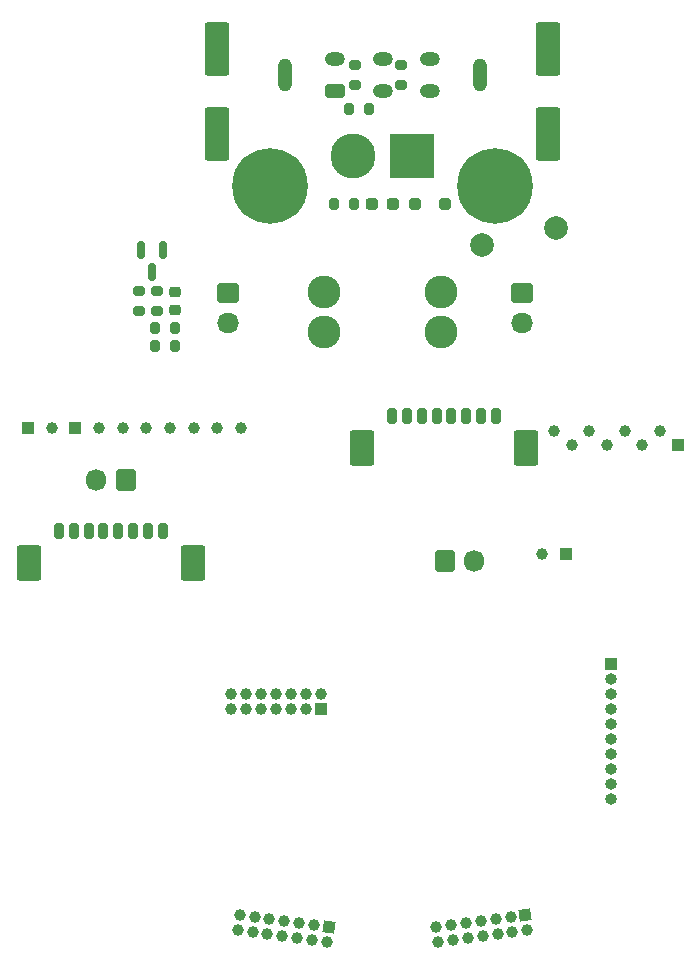
<source format=gbr>
%TF.GenerationSoftware,KiCad,Pcbnew,7.0.11*%
%TF.CreationDate,2025-06-25T00:44:36+09:00*%
%TF.ProjectId,1stLayer_Power,3173744c-6179-4657-925f-506f7765722e,rev?*%
%TF.SameCoordinates,Original*%
%TF.FileFunction,Soldermask,Top*%
%TF.FilePolarity,Negative*%
%FSLAX46Y46*%
G04 Gerber Fmt 4.6, Leading zero omitted, Abs format (unit mm)*
G04 Created by KiCad (PCBNEW 7.0.11) date 2025-06-25 00:44:36*
%MOMM*%
%LPD*%
G01*
G04 APERTURE LIST*
G04 Aperture macros list*
%AMRoundRect*
0 Rectangle with rounded corners*
0 $1 Rounding radius*
0 $2 $3 $4 $5 $6 $7 $8 $9 X,Y pos of 4 corners*
0 Add a 4 corners polygon primitive as box body*
4,1,4,$2,$3,$4,$5,$6,$7,$8,$9,$2,$3,0*
0 Add four circle primitives for the rounded corners*
1,1,$1+$1,$2,$3*
1,1,$1+$1,$4,$5*
1,1,$1+$1,$6,$7*
1,1,$1+$1,$8,$9*
0 Add four rect primitives between the rounded corners*
20,1,$1+$1,$2,$3,$4,$5,0*
20,1,$1+$1,$4,$5,$6,$7,0*
20,1,$1+$1,$6,$7,$8,$9,0*
20,1,$1+$1,$8,$9,$2,$3,0*%
%AMRotRect*
0 Rectangle, with rotation*
0 The origin of the aperture is its center*
0 $1 length*
0 $2 width*
0 $3 Rotation angle, in degrees counterclockwise*
0 Add horizontal line*
21,1,$1,$2,0,0,$3*%
G04 Aperture macros list end*
%ADD10RoundRect,0.250001X0.799999X-1.999999X0.799999X1.999999X-0.799999X1.999999X-0.799999X-1.999999X0*%
%ADD11C,1.000000*%
%ADD12O,1.850000X1.700000*%
%ADD13RoundRect,0.250000X-0.675000X0.600000X-0.675000X-0.600000X0.675000X-0.600000X0.675000X0.600000X0*%
%ADD14O,1.700000X1.850000*%
%ADD15RoundRect,0.250000X0.600000X0.675000X-0.600000X0.675000X-0.600000X-0.675000X0.600000X-0.675000X0*%
%ADD16RotRect,1.000000X1.000000X352.500000*%
%ADD17RoundRect,0.200000X0.275000X-0.200000X0.275000X0.200000X-0.275000X0.200000X-0.275000X-0.200000X0*%
%ADD18RoundRect,0.200000X0.200000X0.275000X-0.200000X0.275000X-0.200000X-0.275000X0.200000X-0.275000X0*%
%ADD19RoundRect,0.237500X0.287500X0.237500X-0.287500X0.237500X-0.287500X-0.237500X0.287500X-0.237500X0*%
%ADD20RoundRect,0.225000X0.250000X-0.225000X0.250000X0.225000X-0.250000X0.225000X-0.250000X-0.225000X0*%
%ADD21RoundRect,0.250001X-0.799999X-1.249999X0.799999X-1.249999X0.799999X1.249999X-0.799999X1.249999X0*%
%ADD22RoundRect,0.200000X-0.200000X-0.450000X0.200000X-0.450000X0.200000X0.450000X-0.200000X0.450000X0*%
%ADD23RoundRect,0.200000X-0.200000X-0.275000X0.200000X-0.275000X0.200000X0.275000X-0.200000X0.275000X0*%
%ADD24R,3.800000X3.800000*%
%ADD25C,3.800000*%
%ADD26R,1.000000X1.000000*%
%ADD27C,2.000000*%
%ADD28O,1.000000X1.000000*%
%ADD29C,2.780000*%
%ADD30RoundRect,0.250000X-0.250000X-0.250000X0.250000X-0.250000X0.250000X0.250000X-0.250000X0.250000X0*%
%ADD31RotRect,1.000000X1.000000X7.500000*%
%ADD32C,0.800000*%
%ADD33C,6.400000*%
%ADD34RoundRect,0.150000X-0.150000X0.587500X-0.150000X-0.587500X0.150000X-0.587500X0.150000X0.587500X0*%
%ADD35RoundRect,0.250000X-0.600000X-0.675000X0.600000X-0.675000X0.600000X0.675000X-0.600000X0.675000X0*%
%ADD36RoundRect,0.300000X-0.550000X0.300000X-0.550000X-0.300000X0.550000X-0.300000X0.550000X0.300000X0*%
%ADD37O,1.700000X1.200000*%
%ADD38O,1.200000X2.800000*%
G04 APERTURE END LIST*
D10*
%TO.C,C4*%
X114770000Y-64510000D03*
X114770000Y-57310000D03*
%TD*%
D11*
%TO.C,H12*%
X152270000Y-89610000D03*
%TD*%
%TO.C,H17*%
X144770000Y-90810000D03*
%TD*%
D10*
%TO.C,C1*%
X142770000Y-64510000D03*
X142770000Y-57310000D03*
%TD*%
D12*
%TO.C,J5*%
X140570000Y-80460000D03*
D13*
X140570000Y-77960000D03*
%TD*%
D14*
%TO.C,J8*%
X104520000Y-93760000D03*
D15*
X107020000Y-93760000D03*
%TD*%
D16*
%TO.C,J2*%
X124228142Y-131635536D03*
D11*
X124062374Y-132894671D03*
X122969007Y-131469768D03*
X122803239Y-132728903D03*
X121709872Y-131303999D03*
X121544104Y-132563134D03*
X120450737Y-131138231D03*
X120284969Y-132397366D03*
X119191602Y-130972463D03*
X119025834Y-132231598D03*
X117932467Y-130806694D03*
X117766699Y-132065829D03*
X116673332Y-130640926D03*
X116507564Y-131900061D03*
%TD*%
D17*
%TO.C,R6*%
X130370000Y-60335000D03*
X130370000Y-58685000D03*
%TD*%
D18*
%TO.C,R7*%
X111195000Y-82410000D03*
X109545000Y-82410000D03*
%TD*%
D11*
%TO.C,H20*%
X100770000Y-89410000D03*
%TD*%
D17*
%TO.C,R9*%
X109670000Y-79435000D03*
X109670000Y-77785000D03*
%TD*%
D19*
%TO.C,D3*%
X129645000Y-70410000D03*
X127895000Y-70410000D03*
%TD*%
D20*
%TO.C,C3*%
X111170000Y-79385000D03*
X111170000Y-77835000D03*
%TD*%
D11*
%TO.C,H10*%
X116770000Y-89410000D03*
%TD*%
D21*
%TO.C,J10*%
X140895000Y-91110000D03*
X127045000Y-91110000D03*
D22*
X138345000Y-88360000D03*
X137095000Y-88360000D03*
X135845000Y-88360000D03*
X134595000Y-88360000D03*
X133345000Y-88360000D03*
X132095000Y-88360000D03*
X130845000Y-88360000D03*
X129595000Y-88360000D03*
%TD*%
D11*
%TO.C,H6*%
X108770000Y-89410000D03*
%TD*%
D23*
%TO.C,R8*%
X109545000Y-80910000D03*
X111195000Y-80910000D03*
%TD*%
D13*
%TO.C,J6*%
X115670000Y-77960000D03*
D12*
X115670000Y-80460000D03*
%TD*%
D24*
%TO.C,J4*%
X131270000Y-66310000D03*
D25*
X126270000Y-66310000D03*
%TD*%
D11*
%TO.C,H16*%
X146270000Y-89610000D03*
%TD*%
%TO.C,H18*%
X143270000Y-89610000D03*
%TD*%
%TO.C,H4*%
X104770000Y-89410000D03*
%TD*%
D18*
%TO.C,R11*%
X126345000Y-70410000D03*
X124695000Y-70410000D03*
%TD*%
D26*
%TO.C,H3*%
X102770000Y-89410000D03*
%TD*%
D11*
%TO.C,H22*%
X142270000Y-100010000D03*
%TD*%
%TO.C,H8*%
X112770000Y-89410000D03*
%TD*%
D27*
%TO.C,TP2*%
X137170000Y-73860000D03*
%TD*%
D11*
%TO.C,H7*%
X110770000Y-89410000D03*
%TD*%
D26*
%TO.C,H19*%
X98770000Y-89410000D03*
%TD*%
D11*
%TO.C,H14*%
X149270000Y-89610000D03*
%TD*%
D26*
%TO.C,J11*%
X148094920Y-109395000D03*
D28*
X148094920Y-110665000D03*
X148094920Y-111935000D03*
X148094920Y-113205000D03*
X148094920Y-114475000D03*
X148094920Y-115745000D03*
X148094920Y-117015000D03*
X148094920Y-118285000D03*
X148094920Y-119555000D03*
X148094920Y-120825000D03*
%TD*%
D11*
%TO.C,H15*%
X147770000Y-90810000D03*
%TD*%
D17*
%TO.C,R10*%
X108170000Y-79435000D03*
X108170000Y-77785000D03*
%TD*%
D21*
%TO.C,J7*%
X112695000Y-100810000D03*
X98845000Y-100810000D03*
D22*
X110145000Y-98060000D03*
X108895000Y-98060000D03*
X107645000Y-98060000D03*
X106395000Y-98060000D03*
X105145000Y-98060000D03*
X103895000Y-98060000D03*
X102645000Y-98060000D03*
X101395000Y-98060000D03*
%TD*%
D11*
%TO.C,H9*%
X114770000Y-89410000D03*
%TD*%
D26*
%TO.C,H21*%
X144270000Y-100010000D03*
%TD*%
D17*
%TO.C,R3*%
X126470000Y-60335000D03*
X126470000Y-58685000D03*
%TD*%
D11*
%TO.C,H13*%
X150770000Y-90810000D03*
%TD*%
D29*
%TO.C,F2*%
X133730000Y-81260000D03*
X133730000Y-77860000D03*
X123810000Y-81260000D03*
X123810000Y-77860000D03*
%TD*%
D30*
%TO.C,D2*%
X131520000Y-70410000D03*
X134020000Y-70410000D03*
%TD*%
D31*
%TO.C,J3*%
X140866669Y-130640927D03*
D11*
X141032437Y-131900062D03*
X139607534Y-130806695D03*
X139773302Y-132065830D03*
X138348399Y-130972464D03*
X138514167Y-132231599D03*
X137089264Y-131138232D03*
X137255032Y-132397367D03*
X135830129Y-131304000D03*
X135995897Y-132563135D03*
X134570994Y-131469769D03*
X134736762Y-132728904D03*
X133311859Y-131635537D03*
X133477627Y-132894672D03*
%TD*%
D27*
%TO.C,TP1*%
X143470000Y-72410000D03*
%TD*%
D11*
%TO.C,H5*%
X106770000Y-89410000D03*
%TD*%
D32*
%TO.C,H2*%
X116822000Y-68910000D03*
X117524944Y-67212944D03*
X117524944Y-70607056D03*
X119222000Y-66510000D03*
D33*
X119222000Y-68910000D03*
D32*
X119222000Y-71310000D03*
X120919056Y-67212944D03*
X120919056Y-70607056D03*
X121622000Y-68910000D03*
%TD*%
D23*
%TO.C,R5*%
X125945000Y-62410000D03*
X127595000Y-62410000D03*
%TD*%
D34*
%TO.C,Q1*%
X110220000Y-74272500D03*
X108320000Y-74272500D03*
X109270000Y-76147500D03*
%TD*%
D14*
%TO.C,J9*%
X136520000Y-100660000D03*
D35*
X134020000Y-100660000D03*
%TD*%
D32*
%TO.C,H1*%
X135920000Y-68910000D03*
X136622944Y-67212944D03*
X136622944Y-70607056D03*
X138320000Y-66510000D03*
D33*
X138320000Y-68910000D03*
D32*
X138320000Y-71310000D03*
X140017056Y-67212944D03*
X140017056Y-70607056D03*
X140720000Y-68910000D03*
%TD*%
D26*
%TO.C,H11*%
X153770000Y-90810000D03*
%TD*%
D36*
%TO.C,SW1*%
X124770000Y-60860000D03*
D37*
X128770000Y-60860000D03*
X132770000Y-60860000D03*
X124770000Y-58160000D03*
X128770000Y-58160000D03*
X132770000Y-58160000D03*
D38*
X137020000Y-59510000D03*
X120520000Y-59510000D03*
%TD*%
D26*
%TO.C,J1*%
X123580000Y-113209999D03*
D11*
X123580000Y-111939999D03*
X122310000Y-113209999D03*
X122310000Y-111939999D03*
X121040000Y-113209999D03*
X121040000Y-111939999D03*
X119770000Y-113209999D03*
X119770000Y-111939999D03*
X118500000Y-113209999D03*
X118500000Y-111939999D03*
X117230000Y-113209999D03*
X117230000Y-111939999D03*
X115960000Y-113209999D03*
X115960000Y-111939999D03*
%TD*%
M02*

</source>
